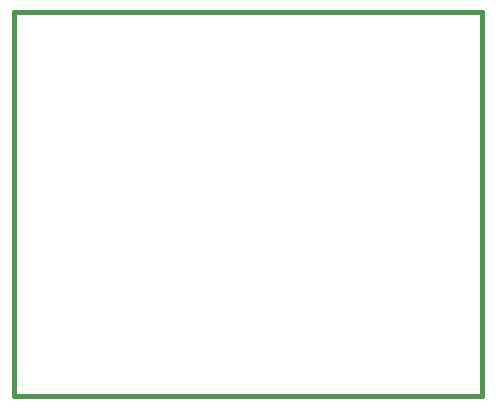
<source format=gbp>
G04 (created by PCBNEW-RS274X (2010-03-14)-final) date mar 08 nov 2011 08:32:22 ART*
G01*
G70*
G90*
%MOIN*%
G04 Gerber Fmt 3.4, Leading zero omitted, Abs format*
%FSLAX34Y34*%
G04 APERTURE LIST*
%ADD10C,0.000100*%
%ADD11C,0.015000*%
G04 APERTURE END LIST*
G54D10*
G54D11*
X51900Y-31500D02*
X51900Y-18700D01*
X67500Y-31500D02*
X51900Y-31500D01*
X67500Y-18700D02*
X67500Y-31500D01*
X51900Y-18700D02*
X67500Y-18700D01*
M02*

</source>
